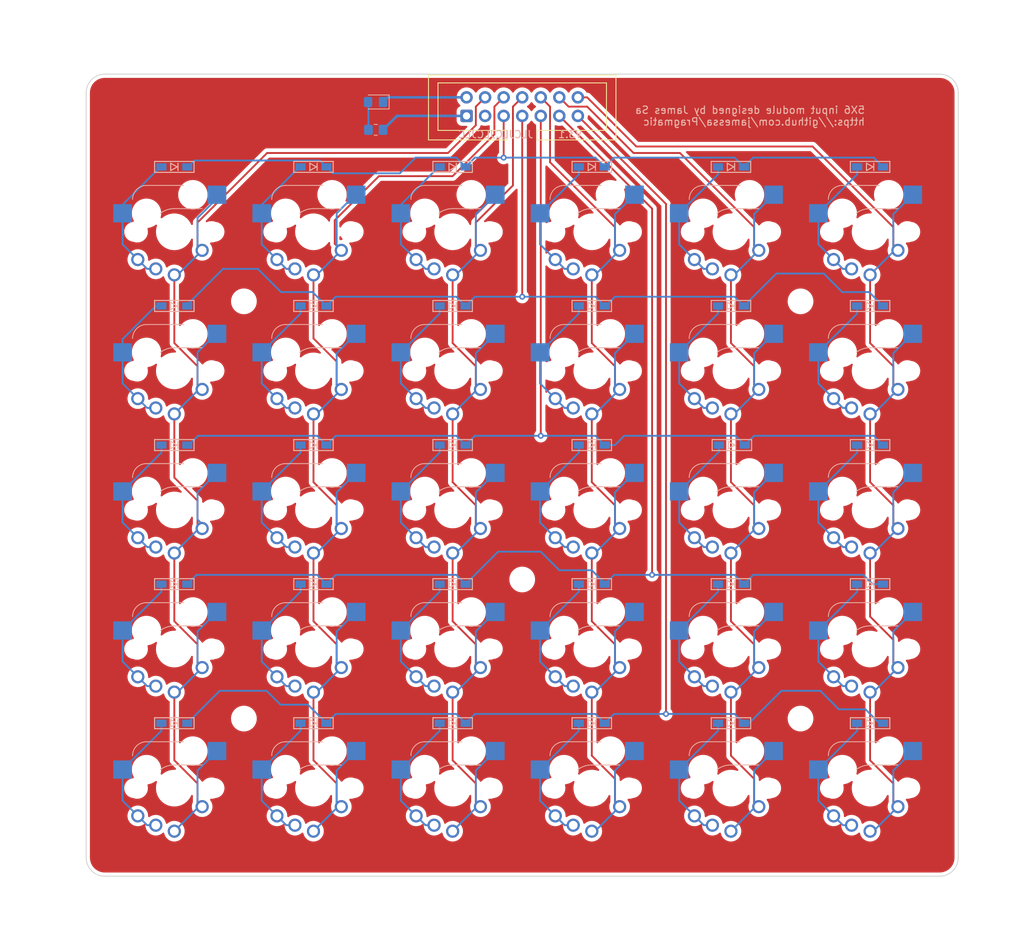
<source format=kicad_pcb>
(kicad_pcb (version 20211014) (generator pcbnew)
  (title_block (title "Pragmatic 5x6 input module") (date "2022-03-22") (rev "3") (company "James Sa"))
  (layers (0 "F.Cu" signal) (31 "B.Cu" signal) (34 "B.Paste" user) (35 "F.Paste" user) (36 "B.SilkS" user "B.Silkscreen") (37 "F.SilkS" user "F.Silkscreen") (38 "B.Mask" user) (39 "F.Mask" user) (44 "Edge.Cuts" user))
  (net 0 "")
  (net 1 "Net-(D1-Pad2)")
  (net 3 "Net-(D2-Pad2)")
  (net 4 "Col1")
  (net 5 "Net-(D7-Pad2)")
  (net 6 "Row2")
  (net 7 "Net-(D8-Pad2)")
  (net 8 "VCC")
  (net 9 "Col3")
  (net 10 "Col2")
  (net 11 "Row3")
  (net 12 "GND")
  (net 13 "Row4")
  (net 14 "Row5")
  (net 15 "Row6")
  (net 16 "Col6")
  (net 17 "Col5")
  (net 18 "Col4")
  (net 19 "Net-(D37-Pad2)")
  (net 20 "Net-(D3-Pad2)")
  (net 21 "Net-(D4-Pad2)")
  (net 22 "Net-(D5-Pad2)")
  (net 23 "Net-(D6-Pad2)")
  (net 24 "Net-(D9-Pad2)")
  (net 25 "Net-(D10-Pad2)")
  (net 26 "Net-(D11-Pad2)")
  (net 27 "Net-(D12-Pad2)")
  (net 28 "Net-(D13-Pad2)")
  (net 29 "Net-(D14-Pad2)")
  (net 30 "Net-(D15-Pad2)")
  (net 31 "Net-(D16-Pad2)")
  (net 32 "Net-(D17-Pad2)")
  (net 33 "Net-(D18-Pad2)")
  (net 34 "Net-(D19-Pad2)")
  (net 35 "Net-(D20-Pad2)")
  (net 36 "Net-(D21-Pad2)")
  (net 37 "Net-(D22-Pad2)")
  (net 38 "Net-(D23-Pad2)")
  (net 39 "Net-(D24-Pad2)")
  (net 40 "Net-(D25-Pad2)")
  (net 41 "Net-(D26-Pad2)")
  (net 42 "Net-(D27-Pad2)")
  (net 43 "Net-(D28-Pad2)")
  (net 44 "Net-(D29-Pad2)")
  (net 45 "Net-(D30-Pad2)")
  (footprint "MountingHole:MountingHole_2.5mm" (layer "F.Cu") (at 104.775 104.775)
    (fp_text reference "H5")
    (fp_text value "MountingHole")
  )
  (footprint "MountingHole:MountingHole_2.5mm" (layer "F.Cu") (at 66.675 66.675)
    (fp_text reference "H1")
    (fp_text value "MountingHole")
  )
  (footprint "MountingHole:MountingHole_2.5mm" (layer "F.Cu") (at 66.675 123.825)
    (fp_text reference "H2")
    (fp_text value "MountingHole")
  )
  (footprint "MountingHole:MountingHole_2.5mm" (layer "F.Cu") (at 142.875 66.675)
    (fp_text reference "H3")
    (fp_text value "MountingHole")
  )
  (footprint "MountingHole:MountingHole_2.5mm" (layer "F.Cu") (at 142.875 123.825)
    (fp_text reference "H4")
    (fp_text value "MountingHole")
  )
  (footprint "Connector_IDC:IDC-Header_2x07_P2.54mm_Vertical" (layer "F.Cu") (at 97.155 41.275 90)
    (fp_text reference "J1" hide)
    (fp_text value "Hand-Soldering")
  )
  (footprint "Pragmatic:Logo" (layer "F.Cu") (at 133.35 42.545)
    (fp_text reference "REF**" hide)
    (fp_text value "Logo" hide)
  )
  (footprint "Keyboard_JSA:Pragmatic Logo" (layer "F.Cu") (at 67.945 41.275)
    (fp_text reference "REF**" hide)
    (fp_text value "logo" hide)
  )
  (footprint "Keyboard_Foostan:D3_SMD_v2" (layer "B.Cu") (at 57.15 48.26 180)
    (fp_text reference "D1" hide)
    (fp_text value "1N4148" hide)
  )
  (footprint "Keyboard_Foostan:D3_SMD_v2" (layer "B.Cu") (at 57.15 67.31 180)
    (fp_text reference "D7" hide)
    (fp_text value "1N4148" hide)
  )
  (footprint "Keyboard_Foostan:D3_SMD_v2" (layer "B.Cu") (at 76.2 67.31 180)
    (fp_text reference "D8" hide)
    (fp_text value "1N4148" hide)
  )
  (footprint "Keyboard_JSA:MX_Hotswap_MX_Choc_Solder" (layer "B.Cu") (at 57.15 57.15 180)
    (fp_text reference "SW1" hide)
    (fp_text value "SW_Push" hide)
  )
  (footprint "Keyboard_JSA:MX_Hotswap_MX_Choc_Solder" (layer "B.Cu") (at 57.15 76.2 180)
    (fp_text reference "SW7" hide)
    (fp_text value "SW_Push" hide)
  )
  (footprint "Keyboard_JSA:MX_Hotswap_MX_Choc_Solder" (layer "B.Cu") (at 76.2 76.2 180)
    (fp_text reference "SW8" hide)
    (fp_text value "SW_Push" hide)
  )
  (footprint "Keyboard_Foostan:D3_SMD_v2" (layer "B.Cu") (at 76.2 48.26 180)
    (fp_text reference "D2" hide)
    (fp_text value "1N4148" hide)
  )
  (footprint "Keyboard_JSA:MX_Hotswap_MX_Choc_Solder" (layer "B.Cu") (at 76.2 57.15 180)
    (fp_text reference "SW2" hide)
    (fp_text value "SW_Push" hide)
  )
  (footprint "Keyboard_Foostan:D3_SMD_v2" (layer "B.Cu") (at 95.25 48.26 180)
    (fp_text reference "D3" hide)
    (fp_text value "1N4148" hide)
  )
  (footprint "Keyboard_Foostan:D3_SMD_v2" (layer "B.Cu") (at 114.3 48.26 180)
    (fp_text reference "D4" hide)
    (fp_text value "1N4148" hide)
  )
  (footprint "Keyboard_Foostan:D3_SMD_v2" (layer "B.Cu") (at 133.35 48.26 180)
    (fp_text reference "D5" hide)
    (fp_text value "1N4148" hide)
  )
  (footprint "Keyboard_Foostan:D3_SMD_v2" (layer "B.Cu") (at 152.4 48.26 180)
    (fp_text reference "D6" hide)
    (fp_text value "1N4148" hide)
  )
  (footprint "Keyboard_Foostan:D3_SMD_v2" (layer "B.Cu") (at 95.25 67.31 180)
    (fp_text reference "D9" hide)
    (fp_text value "1N4148" hide)
  )
  (footprint "Keyboard_Foostan:D3_SMD_v2" (layer "B.Cu") (at 114.3 67.31 180)
    (fp_text reference "D10" hide)
    (fp_text value "1N4148" hide)
  )
  (footprint "Keyboard_Foostan:D3_SMD_v2" (layer "B.Cu") (at 133.35 67.31 180)
    (fp_text reference "D11" hide)
    (fp_text value "1N4148" hide)
  )
  (footprint "Keyboard_Foostan:D3_SMD_v2" (layer "B.Cu") (at 152.4 67.31 180)
    (fp_text reference "D12" hide)
    (fp_text value "1N4148" hide)
  )
  (footprint "Keyboard_Foostan:D3_SMD_v2" (layer "B.Cu") (at 57.15 86.36 180)
    (fp_text reference "D13" hide)
    (fp_text value "1N4148" hide)
  )
  (footprint "Keyboard_Foostan:D3_SMD_v2" (layer "B.Cu") (at 76.2 86.36 180)
    (fp_text reference "D14" hide)
    (fp_text value "1N4148" hide)
  )
  (footprint "Keyboard_Foostan:D3_SMD_v2" (layer "B.Cu") (at 95.25 86.36 180)
    (fp_text reference "D15" hide)
    (fp_text value "1N4148" hide)
  )
  (footprint "Keyboard_Foostan:D3_SMD_v2" (layer "B.Cu") (at 114.3 86.36 180)
    (fp_text reference "D16" hide)
    (fp_text value "1N4148" hide)
  )
  (footprint "Keyboard_Foostan:D3_SMD_v2" (layer "B.Cu") (at 133.48 86.36 180)
    (fp_text reference "D17" hide)
    (fp_text value "1N4148" hide)
  )
  (footprint "Keyboard_Foostan:D3_SMD_v2" (layer "B.Cu") (at 152.4 86.36 180)
    (fp_text reference "D18" hide)
    (fp_text value "1N4148" hide)
  )
  (footprint "Keyboard_Foostan:D3_SMD_v2" (layer "B.Cu") (at 57.15 105.41 180)
    (fp_text reference "D19" hide)
    (fp_text value "1N4148" hide)
  )
  (footprint "Keyboard_Foostan:D3_SMD_v2" (layer "B.Cu") (at 76.2 105.41 180)
    (fp_text reference "D20" hide)
    (fp_text value "1N4148" hide)
  )
  (footprint "Keyboard_Foostan:D3_SMD_v2" (layer "B.Cu") (at 95.25 105.41 180)
    (fp_text reference "D21" hide)
    (fp_text value "1N4148" hide)
  )
  (footprint "Keyboard_Foostan:D3_SMD_v2" (layer "B.Cu") (at 114.3 105.41 180)
    (fp_text reference "D22" hide)
    (fp_text value "1N4148" hide)
  )
  (footprint "Keyboard_Foostan:D3_SMD_v2" (layer "B.Cu") (at 133.35 105.41 180)
    (fp_text reference "D23" hide)
    (fp_text value "1N4148" hide)
  )
  (footprint "Keyboard_Foostan:D3_SMD_v2" (layer "B.Cu") (at 152.4 105.41 180)
    (fp_text reference "D24" hide)
    (fp_text value "1N4148" hide)
  )
  (footprint "Keyboard_Foostan:D3_SMD_v2" (layer "B.Cu") (at 57.15 124.46 180)
    (fp_text reference "D25" hide)
    (fp_text value "1N4148" hide)
  )
  (footprint "Keyboard_Foostan:D3_SMD_v2" (layer "B.Cu") (at 76.2 124.46 180)
    (fp_text reference "D26" hide)
    (fp_text value "1N4148" hide)
  )
  (footprint "Keyboard_Foostan:D3_SMD_v2" (layer "B.Cu") (at 95.25 124.46 180)
    (fp_text reference "D27" hide)
    (fp_text value "1N4148" hide)
  )
  (footprint "Keyboard_Foostan:D3_SMD_v2" (layer "B.Cu") (at 114.3 124.46 180)
    (fp_text reference "D28" hide)
    (fp_text value "1N4148" hide)
  )
  (footprint "Keyboard_Foostan:D3_SMD_v2" (layer "B.Cu") (at 133.35 124.46 180)
    (fp_text reference "D29" hide)
    (fp_text value "1N4148" hide)
  )
  (footprint "Keyboard_Foostan:D3_SMD_v2" (layer "B.Cu") (at 152.4 124.46 180)
    (fp_text reference "D30" hide)
    (fp_text value "1N4148" hide)
  )
  (footprint "Keyboard_JSA:MX_Hotswap_MX_Choc_Solder" (layer "B.Cu") (at 95.25 57.15 180)
    (fp_text reference "SW3" hide)
    (fp_text value "SW_Push" hide)
  )
  (footprint "Keyboard_JSA:MX_Hotswap_MX_Choc_Solder" (layer "B.Cu") (at 114.3 57.15 180)
    (fp_text reference "SW4" hide)
    (fp_text value "SW_Push" hide)
  )
  (footprint "Keyboard_JSA:MX_Hotswap_MX_Choc_Solder" (layer "B.Cu") (at 133.35 57.15 180)
    (fp_text reference "SW5" hide)
    (fp_text value "SW_Push" hide)
  )
  (footprint "Keyboard_JSA:MX_Hotswap_MX_Choc_Solder" (layer "B.Cu") (at 152.4 57.15 180)
    (fp_text reference "SW6" hide)
    (fp_text value "SW_Push" hide)
  )
  (footprint "Keyboard_JSA:MX_Hotswap_MX_Choc_Solder" (layer "B.Cu") (at 95.25 76.2 180)
    (fp_text reference "SW9" hide)
    (fp_text value "SW_Push" hide)
  )
  (footprint "Keyboard_JSA:MX_Hotswap_MX_Choc_Solder" (layer "B.Cu") (at 114.3 76.2 180)
    (fp_text reference "SW10" hide)
    (fp_text value "SW_Push" hide)
  )
  (footprint "Keyboard_JSA:MX_Hotswap_MX_Choc_Solder" (layer "B.Cu") (at 133.35 76.2 180)
    (fp_text reference "SW11" hide)
    (fp_text value "SW_Push" hide)
  )
  (footprint "Keyboard_JSA:MX_Hotswap_MX_Choc_Solder" (layer "B.Cu") (at 152.4 76.2 180)
    (fp_text reference "SW12" hide)
    (fp_text value "SW_Push" hide)
  )
  (footprint "Keyboard_JSA:MX_Hotswap_MX_Choc_Solder" (layer "B.Cu") (at 57.15 95.25 180)
    (fp_text reference "SW13" hide)
    (fp_text value "SW_Push" hide)
  )
  (footprint "Keyboard_JSA:MX_Hotswap_MX_Choc_Solder" (layer "B.Cu") (at 76.2 95.25 180)
    (fp_text reference "SW14" hide)
    (fp_text value "SW_Push" hide)
  )
  (footprint "Keyboard_JSA:MX_Hotswap_MX_Choc_Solder" (layer "B.Cu") (at 95.25 95.25 180)
    (fp_text reference "SW15" hide)
    (fp_text value "SW_Push" hide)
  )
  (footprint "Keyboard_JSA:MX_Hotswap_MX_Choc_Solder" (layer "B.Cu") (at 114.3 95.25 180)
    (fp_text reference "SW16" hide)
    (fp_text value "SW_Push" hide)
  )
  (footprint "Keyboard_JSA:MX_Hotswap_MX_Choc_Solder" (layer "B.Cu") (at 133.35 95.25 180)
    (fp_text reference "SW17" hide)
    (fp_text value "SW_Push" hide)
  )
  (footprint "Keyboard_JSA:MX_Hotswap_MX_Choc_Solder" (layer "B.Cu") (at 152.4 95.25 180)
    (fp_text reference "SW18" hide)
    (fp_text value "SW_Push" hide)
  )
  (footprint "Keyboard_JSA:MX_Hotswap_MX_Choc_Solder" (layer "B.Cu") (at 57.15 114.3 180)
    (fp_text reference "SW19" hide)
    (fp_text value "SW_Push" hide)
  )
  (footprint "Keyboard_JSA:MX_Hotswap_MX_Choc_Solder" (layer "B.Cu") (at 76.2 114.3 180)
    (fp_text reference "SW20" hide)
    (fp_text value "SW_Push" hide)
  )
  (footprint "Keyboard_JSA:MX_Hotswap_MX_Choc_Solder" (layer "B.Cu") (at 95.25 114.3 180)
    (fp_text reference "SW21" hide)
    (fp_text value "SW_Push" hide)
  )
  (footprint "Keyboard_JSA:MX_Hotswap_MX_Choc_Solder" (layer "B.Cu") (at 114.3 114.3 180)
    (fp_text reference "SW22" hide)
    (fp_text value "SW_Push" hide)
  )
  (footprint "Keyboard_JSA:MX_Hotswap_MX_Choc_Solder" (layer "B.Cu") (at 133.35 114.3 180)
    (fp_text reference "SW23" hide)
    (fp_text value "SW_Push" hide)
  )
  (footprint "Keyboard_JSA:MX_Hotswap_MX_Choc_Solder" (layer "B.Cu") (at 152.4 114.3 180)
    (fp_text reference "SW24" hide)
    (fp_text value "SW_Push" hide)
  )
  (footprint "Keyboard_JSA:MX_Hotswap_MX_Choc_Solder" (layer "B.Cu") (at 57.15 133.35 180)
    (fp_text reference "SW25" hide)
    (fp_text value "SW_Push" hide)
  )
  (footprint "Keyboard_JSA:MX_Hotswap_MX_Choc_Solder" (layer "B.Cu") (at 76.2 133.35 180)
    (fp_text reference "SW26" hide)
    (fp_text value "SW_Push" hide)
  )
  (footprint "Keyboard_JSA:MX_Hotswap_MX_Choc_Solder" (layer "B.Cu") (at 95.25 133.35 180)
    (fp_text reference "SW27" hide)
    (fp_text value "SW_Push" hide)
  )
  (footprint "Keyboard_JSA:MX_Hotswap_MX_Choc_Solder" (layer "B.Cu") (at 114.3 133.35 180)
    (fp_text reference "SW28" hide)
    (fp_text value "SW_Push" hide)
  )
  (footprint "Keyboard_JSA:MX_Hotswap_MX_Choc_Solder" (layer "B.Cu") (at 133.35 133.35 180)
    (fp_text reference "SW29" hide)
    (fp_text value "SW_Push" hide)
  )
  (footprint "Keyboard_JSA:MX_Hotswap_MX_Choc_Solder" (layer "B.Cu") (at 152.4 133.35 180)
    (fp_text reference "SW30" hide)
    (fp_text value "SW_Push" hide)
  )
  (footprint "LED_SMD:LED_0805_2012Metric_Pad1.15x1.40mm_HandSolder" (layer "B.Cu") (at 84.7 39.37 180)
    (fp_text reference "D37")
    (fp_text value "White LED")
  )
  (footprint "Resistor_SMD:R_0805_2012Metric_Pad1.20x1.40mm_HandSolder" (layer "B.Cu") (at 84.725 43.18 180)
    (fp_text reference "R1")
    (fp_text value "1.5K 1/8W")
  )
  (gr_line (start 47.625 145.415) (end 161.925 145.415) (layer "Edge.Cuts") (width 0.12))
  (gr_arc (start 164.465 142.875) (mid 163.721051 144.671051) (end 161.925 145.415) (layer "Edge.Cuts") (width 0.12))
  (gr_arc (start 161.925 35.56) (mid 163.721051 36.303949) (end 164.465 38.1) (layer "Edge.Cuts") (width 0.12))
  (gr_line (start 164.465 38.1) (end 164.465 142.875) (layer "Edge.Cuts") (width 0.12))
  (gr_arc (start 47.625 145.415) (mid 45.828949 144.671051) (end 45.085 142.875) (layer "Edge.Cuts") (width 0.12))
  (gr_line (start 161.925 35.56) (end 47.625 35.56) (layer "Edge.Cuts") (width 0.12))
  (gr_arc (start 45.085 38.1) (mid 45.828949 36.303949) (end 47.625 35.56) (layer "Edge.Cuts") (width 0.12))
  (gr_line (start 45.085 38.1) (end 45.085 142.875) (layer "Edge.Cuts") (width 0.12))
  (gr_text "5X6 input module designed by James Sa\nhttps://github.com/jamessa/Pragmatic" (at 151.765 41.275) (layer "B.SilkS") (effects (font (size 1 1)) (justify left mirror)))
  (gr_text "김" (at 68.58 84.455) (layer "B.SilkS") (effects (font (size 1 1)) (justify mirror)))
  (gr_text "JLCJLCJLCJLC" (at 95.885 43.815) (layer "B.SilkS") (effects (font (size 1.016 1)) (justify right mirror)))
  (gr_text "김" (at 67.31 85.09) (layer "B.SilkS") (effects (font (size 1.5 1.5)) (justify mirror)))
  (gr_text "V3.1" (at 113.03 43.815) (layer "B.SilkS") (effects (font (size 1 1)) (justify left mirror)))
  (segment (start 50.065 54.61) (end 50.065 58.865) (width 0.25) (layer "B.Cu") (net 1))
  (segment (start 55.245 48.26) (end 50.065 53.44) (width 0.25) (layer "B.Cu") (net 1))
  (segment (start 50.065 58.865) (end 53.43 62.23) (width 0.25) (layer "B.Cu") (net 1))
  (segment (start 50.065 53.44) (end 50.065 54.61) (width 0.25) (layer "B.Cu") (net 1))
  (segment (start 53.43 62.23) (end 54.61 62.23) (width 0.25) (layer "B.Cu") (net 1))
  (segment (start 69.115 53.44) (end 69.115 54.61) (width 0.25) (layer "B.Cu") (net 3))
  (segment (start 72.48 62.23) (end 73.66 62.23) (width 0.25) (layer "B.Cu") (net 3))
  (segment (start 69.115 54.61) (end 69.115 58.865) (width 0.25) (layer "B.Cu") (net 3))
  (segment (start 74.295 48.26) (end 69.115 53.44) (width 0.25) (layer "B.Cu") (net 3))
  (segment (start 69.115 58.865) (end 72.48 62.23) (width 0.25) (layer "B.Cu") (net 3))
  (segment (start 60.325 97.155) (end 60.96 97.79) (width 0.25) (layer "F.Cu") (net 4))
  (segment (start 57.15 101.15) (end 57.15 110.49) (width 0.25) (layer "F.Cu") (net 4))
  (segment (start 60.325 59.055) (end 60.96 59.69) (width 0.25) (layer "F.Cu") (net 4))
  (segment (start 99.695 38.735) (end 98.425 40.005) (width 0.25) (layer "F.Cu") (net 4))
  (segment (start 60.325 93.98) (end 60.325 97.155) (width 0.25) (layer "F.Cu") (net 4))
  (segment (start 57.15 110.49) (end 60.325 113.665) (width 0.25) (layer "F.Cu") (net 4))
  (segment (start 57.15 72.39) (end 60.325 75.565) (width 0.25) (layer "F.Cu") (net 4))
  (segment (start 69.85 46.355) (end 60.325 55.88) (width 0.25) (layer "F.Cu") (net 4))
  (segment (start 57.15 90.805) (end 60.325 93.98) (width 0.25) (layer "F.Cu") (net 4))
  (segment (start 57.15 129.54) (end 60.325 132.715) (width 0.25) (layer "F.Cu") (net 4))
  (segment (start 60.325 116.205) (end 60.96 116.84) (width 0.25) (layer "F.Cu") (net 4))
  (segment (start 60.325 113.665) (end 60.325 116.205) (width 0.25) (layer "F.Cu") (net 4))
  (segment (start 60.325 132.715) (end 60.325 135.255) (width 0.25) (layer "F.Cu") (net 4))
  (segment (start 57.15 120.2) (end 57.15 129.54) (width 0.25) (layer "F.Cu") (net 4))
  (segment (start 57.15 63.05) (end 57.15 72.39) (width 0.25) (layer "F.Cu") (net 4))
  (segment (start 94.615 46.355) (end 69.85 46.355) (width 0.25) (layer "F.Cu") (net 4))
  (segment (start 60.325 78.105) (end 60.96 78.74) (width 0.25) (layer "F.Cu") (net 4))
  (segment (start 98.425 42.545) (end 94.615 46.355) (width 0.25) (layer "F.Cu") (net 4))
  (segment (start 57.15 82.1) (end 57.15 90.805) (width 0.25) (layer "F.Cu") (net 4))
  (segment (start 60.325 55.88) (end 60.325 59.055) (width 0.25) (layer "F.Cu") (net 4))
  (segment (start 98.425 40.005) (end 98.425 42.545) (width 0.25) (layer "F.Cu") (net 4))
  (segment (start 60.325 75.565) (end 60.325 78.105) (width 0.25) (layer "F.Cu") (net 4))
  (segment (start 60.325 135.255) (end 60.96 135.89) (width 0.25) (layer "F.Cu") (net 4))
  (segment (start 60.325 111.887) (end 60.325 116.205) (width 0.25) (layer "B.Cu") (net 4))
  (segment (start 60.325 55.245) (end 60.325 59.055) (width 0.25) (layer "B.Cu") (net 4))
  (segment (start 62.992 90.17) (end 60.325 92.837) (width 0.25) (layer "B.Cu") (net 4))
  (segment (start 60.96 59.69) (end 57.6 63.05) (width 0.25) (layer "B.Cu") (net 4))
  (segment (start 60.51 97.79) (end 57.15 101.15) (width 0.25) (layer "B.Cu") (net 4))
  (segment (start 62.992 109.22) (end 60.325 111.887) (width 0.25) (layer "B.Cu") (net 4))
  (segment (start 60.51 135.89) (end 57.15 139.25) (width 0.25) (layer "B.Cu") (net 4))
  (segment (start 60.51 78.74) (end 57.15 82.1) (width 0.25) (layer "B.Cu") (net 4))
  (segment (start 60.96 78.74) (end 60.325 78.105) (width 0.25) (layer "B.Cu") (net 4))
  (segment (start 60.325 130.937) (end 60.325 135.255) (width 0.25) (layer "B.Cu") (net 4))
  (segment (start 60.325 116.205) (end 60.96 116.84) (width 0.25) (layer "B.Cu") (net 4))
  (segment (start 60.325 73.66) (end 62.865 71.12) (width 0.25) (layer "B.Cu") (net 4))
  (segment (start 60.96 116.84) (end 57.6 120.2) (width 0.25) (layer "B.Cu") (net 4))
  (segment (start 63.246 52.324) (end 60.325 55.245) (width 0.25) (layer "B.Cu") (net 4))
  (segment (start 62.992 128.27) (end 60.325 130.937) (width 0.25) (layer "B.Cu") (net 4))
  (segment (start 60.325 78.105) (end 60.325 73.66) (width 0.25) (layer "B.Cu") (net 4))
  (segment (start 60.325 92.837) (end 60.325 96.551843) (width 0.25) (layer "B.Cu") (net 4))
  (segment (start 60.325 59.055) (end 60.96 59.69) (width 0.25) (layer "B.Cu") (net 4))
  (segment (start 60.325 135.255) (end 60.96 135.89) (width 0.25) (layer "B.Cu") (net 4))
  (segment (start 60.325 96.551843) (end 61.563157 97.79) (width 0.25) (layer "B.Cu") (net 4))
  (segment (start 50.065 73.66) (end 50.065 77.915) (width 0.25) (layer "B.Cu") (net 5))
  (segment (start 54.61 67.31) (end 50.065 71.855) (width 0.25) (layer "B.Cu") (net 5))
  (segment (start 55.375 67.31) (end 54.61 67.31) (width 0.25) (layer "B.Cu") (net 5))
  (segment (start 53.43 81.28) (end 54.61 81.28) (width 0.25) (layer "B.Cu") (net 5))
  (segment (start 50.065 71.855) (end 50.065 73.66) (width 0.25) (layer "B.Cu") (net 5))
  (segment (start 50.065 77.915) (end 53.43 81.28) (width 0.25) (layer "B.Cu") (net 5))
  (segment (start 102.235 41.275) (end 102.235 46.99) (width 0.25) (layer "F.Cu") (net 6))
  (via (at 102.235 46.99) (size 0.8) (drill 0.4) (layers "F.Cu" "B.Cu") (net 6))
  (segment (start 133.855 46.99) (end 135.125 48.26) (width 0.25) (layer "B.Cu") (net 6))
  (segment (start 116.075 48.26) (end 117.345 46.99) (width 0.25) (layer "B.Cu") (net 6))
  (segment (start 98.295 46.99) (end 102.235 46.99) (width 0.25) (layer "B.Cu") (net 6))
  (segment (start 136.395 46.99) (end 135.125 48.26) (width 0.25) (layer "B.Cu") (net 6))
  (segment (start 154.175 48.26) (end 152.905 46.99) (width 0.25) (layer "B.Cu") (net 6))
  (segment (start 78.853511 49.138511) (end 88.021489 49.138511) (width 0.25) (layer "B.Cu") (net 6))
  (segment (start 114.805 46.99) (end 102.235 46.99) (width 0.25) (layer "B.Cu") (net 6))
  (segment (start 88.021489 49.138511) (end 90.17 46.99) (width 0.25) (layer "B.Cu") (net 6))
  (segment (start 152.905 46.99) (end 136.395 46.99) (width 0.25) (layer "B.Cu") (net 6))
  (segment (start 59.933511 47.381489) (end 77.096489 47.381489) (width 0.25) (layer "B.Cu") (net 6))
  (segment (start 97.025 48.26) (end 98.295 46.99) (width 0.25) (layer "B.Cu") (net 6))
  (segment (start 116.075 48.26) (end 114.805 46.99) (width 0.25) (layer "B.Cu") (net 6))
  (segment (start 77.096489 47.381489) (end 77.975 48.26) (width 0.25) (layer "B.Cu") (net 6))
  (segment (start 59.055 48.26) (end 59.933511 47.381489) (width 0.25) (layer "B.Cu") (net 6))
  (segment (start 95.755 46.99) (end 97.025 48.26) (width 0.25) (layer "B.Cu") (net 6))
  (segment (start 90.17 46.99) (end 95.755 46.99) (width 0.25) (layer "B.Cu") (net 6))
  (segment (start 77.975 48.26) (end 78.853511 49.138511) (width 0.25) (layer "B.Cu") (net 6))
  (segment (start 117.345 46.99) (end 133.855 46.99) (width 0.25) (layer "B.Cu") (net 6))
  (segment (start 74.425 67.31) (end 74.425 68.35) (width 0.25) (layer "B.Cu") (net 7))
  (segment (start 69.115 73.66) (end 69.115 77.915) (width 0.25) (layer "B.Cu") (net 7))
  (segment (start 74.425 68.35) (end 69.115 73.66) (width 0.25) (layer "B.Cu") (net 7))
  (segment (start 69.115 77.915) (end 72.48 81.28) (width 0.25) (layer "B.Cu") (net 7))
  (segment (start 72.48 81.28) (end 73.66 81.28) (width 0.25) (layer "B.Cu") (net 7))
  (segment (start 85.725 43.18) (end 87.63 41.275) (width 0.3556) (layer "B.Cu") (net 8))
  (segment (start 87.63 41.275) (end 97.155 41.275) (width 0.3556) (layer "B.Cu") (net 8))
  (segment (start 104.775 38.735) (end 103.505 40.005) (width 0.25) (layer "F.Cu") (net 9))
  (segment (start 95.25 82.1) (end 95.25 91.44) (width 0.25) (layer "F.Cu") (net 9))
  (segment (start 98.425 113.665) (end 98.425 116.205) (width 0.25) (layer "F.Cu") (net 9))
  (segment (start 95.25 129.54) (end 98.425 132.715) (width 0.25) (layer "F.Cu") (net 9))
  (segment (start 98.425 132.715) (end 98.425 135.255) (width 0.25) (layer "F.Cu") (net 9))
  (segment (start 98.425 78.105) (end 99.06 78.74) (width 0.25) (layer "F.Cu") (net 9))
  (segment (start 95.25 91.44) (end 98.425 94.615) (width 0.25) (layer "F.Cu") (net 9))
  (segment (start 95.25 120.2) (end 95.25 129.54) (width 0.25) (layer "F.Cu") (net 9))
  (segment (start 98.425 75.565) (end 98.425 78.105) (width 0.25) (layer "F.Cu") (net 9))
  (segment (start 103.505 40.005) (end 103.505 50.8) (width 0.25) (layer "F.Cu") (net 9))
  (segment (start 98.425 94.615) (end 98.425 97.155) (width 0.25) (layer "F.Cu") (net 9))
  (segment (start 98.425 97.155) (end 99.06 97.79) (width 0.25) (layer "F.Cu") (net 9))
  (segment (start 103.505 50.8) (end 98.425 55.88) (width 0.25) (layer "F.Cu") (net 9))
  (segment (start 95.25 72.39) (end 98.425 75.565) (width 0.25) (layer "F.Cu") (net 9))
  (segment (start 98.425 55.88) (end 98.425 59.055) (width 0.25) (layer "F.Cu") (net 9))
  (segment (start 95.25 101.15) (end 95.25 110.49) (width 0.25) (layer "F.Cu") (net 9))
  (segment (start 95.25 63.05) (end 95.25 72.39) (width 0.25) (layer "F.Cu") (net 9))
  (segment (start 98.425 135.255) (end 99.06 135.89) (width 0.25) (layer "F.Cu") (net 9))
  (segment (start 98.425 116.205) (end 99.06 116.84) (width 0.25) (layer "F.Cu") (net 9))
  (segment (start 95.25 110.49) (end 98.425 113.665) (width 0.25) (layer "F.Cu") (net 9))
  (segment (start 98.425 59.055) (end 99.06 59.69) (width 0.25) (layer "F.Cu") (net 9))
  (segment (start 98.425 54.737) (end 98.425 59.055) (width 0.25) (layer "B.Cu") (net 9))
  (segment (start 98.425 78.105) (end 99.06 78.74) (width 0.25) (layer "B.Cu") (net 9))
  (segment (start 98.425 116.205) (end 99.06 116.84) (width 0.25) (layer "B.Cu") (net 9))
  (segment (start 98.425 92.837) (end 98.425 97.155) (width 0.25) (layer "B.Cu") (net 9))
  (segment (start 99.06 97.79) (end 95.7 101.15) (width 0.25) (layer "B.Cu") (net 9))
  (segment (start 98.425 97.155) (end 99.06 97.79) (width 0.25) (layer "B.Cu") (net 9))
  (segment (start 101.092 128.27) (end 98.425 130.937) (width 0.25) (layer "B.Cu") (net 9))
  (segment (start 101.092 52.07) (end 98.425 54.737) (width 0.25) (layer "B.Cu") (net 9))
  (segment (start 98.425 135.255) (end 99.06 135.89) (width 0.25) (layer "B.Cu") (net 9))
  (segment (start 98.61 78.74) (end 95.25 82.1) (width 0.25) (layer "B.Cu") (net 9))
  (segment (start 99.06 59.69) (end 95.7 63.05) (width 0.25) (layer "B.Cu") (net 9))
  (segment (start 101.092 109.22) (end 98.425 111.887) (width 0.25) (layer "B.Cu") (net 9))
  (segment (start 98.425 111.887) (end 98.425 116.205) (width 0.25) (layer "B.Cu") (net 9))
  (segment (start 98.61 135.89) (end 95.25 139.25) (width 0.25) (layer "B.Cu") (net 9))
  (segment (start 101.092 71.12) (end 98.425 73.787) (width 0.25) (layer "B.Cu") (net 9))
  (segment (start 98.425 130.937) (end 98.425 135.255) (width 0.25) (layer "B.Cu") (net 9))
  (segment (start 98.425 73.787) (end 98.425 78.105) (width 0.25) (layer "B.Cu") (net 9))
  (segment (start 98.425 59.055) (end 99.06 59.69) (width 0.25) (layer "B.Cu") (net 9))
  (segment (start 99.06 116.84) (end 95.7 120.2) (width 0.25) (layer "B.Cu") (net 9))
  (segment (start 101.092 90.17) (end 98.425 92.837) (width 0.25) (layer "B.Cu") (net 9))
  (segment (start 100.965 40.005) (end 100.965 43.815) (width 0.25) (layer "F.Cu") (net 10))
  (segment (start 79.375 135.255) (end 80.01 135.89) (width 0.25) (layer "F.Cu") (net 10))
  (segment (start 79.11 58.79) (end 80.01 59.69) (width 0.25) (layer "F.Cu") (net 10))
  (segment (start 76.2 82.1) (end 76.2 91.44) (width 0.25) (layer "F.Cu") (net 10))
  (segment (start 79.375 116.205) (end 80.01 116.84) (width 0.25) (layer "F.Cu") (net 10))
  (segment (start 79.375 132.715) (end 79.375 135.255) (width 0.25) (layer "F.Cu") (net 10))
  (segment (start 85.1535 49.53) (end 79.11 55.5735) (width 0.25) (layer "F.Cu") (net 10))
  (segment (start 79.375 94.615) (end 79.375 97.155) (width 0.25) (layer "F.Cu") (net 10))
  (segment (start 76.2 63.05) (end 76.2 71.755) (width 0.25) (layer "F.Cu") (net 10))
  (segment (start 95.25 49.53) (end 85.1535 49.53) (width 0.25) (layer "F.Cu") (net 10))
  (segment (start 76.2 71.755) (end 79.375 74.93) (width 0.25) (layer "F.Cu") (net 10))
  (segment (start 79.375 78.105) (end 80.01 78.74) (width 0.25) (layer "F.Cu") (net 10))
  (segment (start 76.2 120.2) (end 76.2 129.54) (width 0.25) (layer "F.Cu") (net 10))
  (segment (start 79.375 74.93) (end 79.375 78.105) (width 0.25) (layer "F.Cu") (net 10))
  (segment (start 102.235 38.735) (end 100.965 40.005) (width 0.25) (layer "F.Cu") (net 10))
  (segment (start 79.375 113.665) (end 79.375 116.205) (width 0.25) (layer "F.Cu") (net 10))
  (segment (start 79.375 97.155) (end 80.01 97.79) (width 0.25) (layer "F.Cu") (net 10))
  (segment (start 76.2 91.44) (end 79.375 94.615) (width 0.25) (layer "F.Cu") (net 10))
  (segment (start 76.2 101.15) (end 76.2 110.49) (width 0.25) (layer "F.Cu") (net 10))
  (segment (start 79.11 55.5735) (end 79.11 58.79) (width 0.25) (layer "F.Cu") (net 10))
  (segment (start 76.2 110.49) (end 79.375 113.665) (width 0.25) (layer "F.Cu") (net 10))
  (segment (start 100.965 43.815) (end 95.25 49.53) (width 0.25) (layer "F.Cu") (net 10))
  (segment (start 76.2 129.54) (end 79.375 132.715) (width 0.25) (layer "F.Cu") (net 10))
  (segment (start 79.375 97.155) (end 80.01 97.79) (width 0.25) (layer "B.Cu") (net 10))
  (segment (start 80.01 78.74) (end 76.65 82.1) (width 0.25) (layer "B.Cu") (net 10))
  (segment (start 79.375 135.255) (end 80.01 135.89) (width 0.25) (layer "B.Cu") (net 10))
  (segment (start 79.375 73.787) (end 79.375 78.105) (width 0.25) (layer "B.Cu") (net 10))
  (segment (start 79.56 135.89) (end 76.2 139.25) (width 0.25) (layer "B.Cu") (net 10))
  (segment (start 81.915 52.07) (end 79.375 54.61) (width 0.25) (layer "B.Cu") (net 10))
  (segment (start 79.375 54.61) (end 79.375 59.055) (width 0.25) (layer "B.Cu") (net 10))
  (segment (start 80.01 59.69) (end 76.65 63.05) (width 0.25) (layer "B.Cu") (net 10))
  (segment (start 80.01 116.84) (end 76.65 120.2) (width 0.25) (layer "B.Cu") (net 10))
  (segment (start 82.042 109.22) (end 79.375 111.887) (width 0.25) (layer "B.Cu") (net 10))
  (segment (start 82.042 128.27) (end 79.375 130.937) (width 0.25) (layer "B.Cu") (net 10))
  (segment (start 79.375 78.105) (end 80.01 78.74) (width 0.25) (layer "B.Cu") (net 10))
  (segment (start 79.375 92.837) (end 79.375 97.155) (width 0.25) (layer "B.Cu") (net 10))
  (segment (start 80.01 97.79) (end 76.65 101.15) (width 0.25) (layer "B.Cu") (net 10))
  (segment (start 79.375 59.055) (end 80.01 59.69) (width 0.25) (layer "B.Cu") (net 10))
  (segment (start 82.042 71.12) (end 79.375 73.787) (width 0.25) (layer "B.Cu") (net 10))
  (segment (start 79.375 116.205) (end 80.01 116.84) (width 0.25) (layer "B.Cu") (net 10))
  (segment (start 82.042 90.17) (end 79.375 92.837) (width 0.25) (layer "B.Cu") (net 10))
  (segment (start 79.375 130.937) (end 79.375 135.255) (width 0.25) (layer "B.Cu") (net 10))
  (segment (start 79.375 111.887) (end 79.375 116.205) (width 0.25) (layer "B.Cu") (net 10))
  (segment (start 104.775 41.275) (end 104.775 66.04) (width 0.25) (layer "F.Cu") (net 11))
  (via (at 104.775 66.04) (size 0.8) (drill 0.4) (layers "F.Cu" "B.Cu") (net 11))
  (segment (start 63.8175 62.23) (end 68.58 62.23) (width 0.25) (layer "B.Cu") (net 11))
  (segment (start 77.975 67.31) (end 79.245 66.04) (width 0.25) (layer "B.Cu") (net 11))
  (segment (start 79.245 66.04) (end 95.755 66.04) (width 0.25) (layer "B.Cu") (net 11))
  (segment (start 146.05 62.865) (end 139.57 62.865) (width 0.25) (layer "B.Cu") (net 11))
  (segment (start 152.27 65.405) (end 148.59 65.405) (width 0.25) (layer "B.Cu") (net 11))
  (segment (start 95.755 66.04) (end 97.025 67.31) (width 0.25) (layer "B.Cu") (net 11))
  (segment (start 97.025 67.31) (end 98.295 66.04) (width 0.25) (layer "B.Cu") (net 11))
  (segment (start 98.295 66.04) (end 104.775 66.04) (width 0.25) (layer "B.Cu") (net 11))
  (segment (start 116.075 67.31) (end 114.805 66.04) (width 0.25) (layer "B.Cu") (net 11))
  (segment (start 71.755 65.405) (end 76.07 65.405) (width 0.25) (layer "B.Cu") (net 11))
  (segment (start 148.59 65.405) (end 146.05 62.865) (width 0.25) (layer "B.Cu") (net 11))
  (segment (start 114.805 66.04) (end 104.775 66.04) (width 0.25) (layer "B.Cu") (net 11))
  (segment (start 139.57 62.865) (end 135.125 67.31) (width 0.25) (layer "B.Cu") (net 11))
  (segment (start 68.58 62.23) (end 71.755 65.405) (width 0.25) (layer "B.Cu") (net 11))
  (segment (start 117.475 66.04) (end 133.855 66.04) (width 0.25) (layer "B.Cu") (net 11))
  (segment (start 116.205 67.31) (end 117.475 66.04) (width 0.25) (layer "B.Cu") (net 11))
  (segment (start 154.175 67.31) (end 152.27 65.405) (width 0.25) (layer "B.Cu") (net 11))
  (segment (start 133.855 66.04) (end 135.125 67.31) (width 0.25) (layer "B.Cu") (net 11))
  (segment (start 116.075 67.31) (end 116.205 67.31) (width 0.25) (layer "B.Cu") (net 11))
  (segment (start 58.925 67.1225) (end 63.8175 62.23) (width 0.25) (layer "B.Cu") (net 11))
  (segment (start 76.07 65.405) (end 77.975 67.31) (width 0.25) (layer "B.Cu") (net 11))
  (segment (start 86.36 38.735) (end 85.725 39.37) (width 0.3556) (layer "B.Cu") (net 12))
  (segment (start 97.155 38.735) (end 86.36 38.735) (width 0.3556) (layer "B.Cu") (net 12))
  (segment (start 107.315 41.275) (end 107.315 85.09) (width 0.25) (layer "F.Cu") (net 13))
  (via (at 107.315 85.09) (size 0.8) (drill 0.4) (layers "F.Cu" "B.Cu") (net 13))
  (segment (start 116.075 86.36) (end 117.475 86.36) (width 0.25) (layer "B.Cu") (net 13))
  (segment (start 116.075 86.36) (end 114.805 85.09) (width 0.25) (layer "B.Cu") (net 13))
  (segment (start 60.395 85.09) (end 76.705 85.09) (width 0.25) (layer "B.Cu") (net 13))
  (segment (start 152.905 85.09) (end 154.175 86.36) (width 0.25) (layer "B.Cu") (net 13))
  (segment (start 118.745 85.09) (end 133.985 85.09) (width 0.25) (layer "B.Cu") (net 13))
  (segment (start 98.295 85.09) (end 107.315 85.09) (width 0.25) (layer "B.Cu") (net 13))
  (segment (start 59.125 86.36) (end 60.395 85.09) (width 0.25) (layer "B.Cu") (net 13))
  (segment (start 95.755 85.09) (end 79.245 85.09) (width 0.25) (layer "B.Cu") (net 13))
  (segment (start 76.705 85.09) (end 77.975 86.36) (width 0.25) (layer "B.Cu") (net 13))
  (segment (start 135.255 86.36) (end 136.525 85.09) (width 0.25) (layer "B.Cu") (net 13))
  (segment (start 97.025 86.36) (end 98.295 85.09) (width 0.25) (layer "B.Cu") (net 13))
  (segment (start 97.025 86.36) (end 95.755 85.09) (width 0.25) (layer "B.Cu") (net 13))
  (segment (start 133.985 85.09) (end 135.255 86.36) (width 0.25) (layer "B.Cu") (net 13))
  (segment (start 136.525 85.09) (end 152.905 85.09) (width 0.25) (layer "B.Cu") (net 13))
  (segment (start 79.245 85.09) (end 77.975 86.36) (width 0.25) (layer "B.Cu") (net 13))
  (segment (start 114.805 85.09) (end 107.315 85.09) (width 0.25) (layer "B.Cu") (net 13))
  (segment (start 117.475 86.36) (end 118.745 85.09) (width 0.25) (layer "B.Cu") (net 13))
  (segment (start 122.555 53.975) (end 122.555 104.14) (width 0.25) (layer "F.Cu") (net 14))
  (segment (start 109.855 41.275) (end 122.555 53.975) (width 0.25) (layer "F.Cu") (net 14))
  (via (at 122.555 104.14) (size 0.8) (drill 0.4) (layers "F.Cu" "B.Cu") (net 14))
  (segment (start 135.125 105.41) (end 133.855 104.14) (width 0.25) (layer "B.Cu") (net 14))
  (segment (start 77.975 105.41) (end 76.705 104.14) (width 0.25) (layer "B.Cu") (net 14))
  (segment (start 133.855 104.14) (end 122.555 104.14) (width 0.25) (layer "B.Cu") (net 14))
  (segment (start 114.3 103.505) (end 109.855 103.505) (width 0.25) (layer "B.Cu") (net 14))
  (segment (start 151.470479 104.14) (end 136.395 104.14) (width 0.25) (layer "B.Cu") (net 14))
  (segment (start 60.195 104.14) (end 58.925 105.41) (width 0.25) (layer "B.Cu") (net 14))
  (segment (start 101.47 100.965) (end 97.025 105.41) (width 0.25) (layer "B.Cu") (net 14))
  (segment (start 107.315 100.965) (end 101.47 100.965) (width 0.25) (layer "B.Cu") (net 14))
  (segment (start 76.705 104.14) (end 60.195 104.14) (width 0.25) (layer "B.Cu") (net 14))
  (segment (start 154.175 105.41) (end 152.740479 105.41) (width 0.25) (layer "B.Cu") (net 14))
  (segment (start 117.345 104.14) (end 122.555 104.14) (width 0.25) (layer "B.Cu") (net 14))
  (segment (start 136.395 104.14) (end 135.125 105.41) (width 0.25) (layer "B.Cu") (net 14))
  (segment (start 97.025 105.41) (end 95.755 104.14) (width 0.25) (layer "B.Cu") (net 14))
  (segment (start 152.740479 105.41) (end 151.470479 104.14) (width 0.25) (layer "B.Cu") (net 14))
  (segment (start 95.755 104.14) (end 79.245 104.14) (width 0.25) (layer "B.Cu") (net 14))
  (segment (start 109.855 103.505) (end 107.315 100.965) (width 0.25) (layer "B.Cu") (net 14))
  (segment (start 116.075 105.28) (end 114.3 103.505) (width 0.25) (layer "B.Cu") (net 14))
  (segment (start 79.245 104.14) (end 77.975 105.41) (width 0.25) (layer "B.Cu") (net 14))
  (segment (start 116.075 105.41) (end 117.345 104.14) (width 0.25) (layer "B.Cu") (net 14))
  (segment (start 124.46 53.34) (end 124.46 123.19) (width 0.25) (layer "F.Cu") (net 15))
  (segment (start 112.395 41.275) (end 124.46 53.34) (width 0.25) (layer "F.Cu") (net 15))
  (via (at 124.46 123.19) (size 0.8) (drill 0.4) (layers "F.Cu" "B.Cu") (net 15))
  (segment (start 114.805 123.19) (end 98.295 123.19) (width 0.25) (layer "B.Cu") (net 15))
  (segment (start 71.681369 121.92) (end 69.776369 120.015) (width 0.25) (layer "B.Cu") (net 15))
  (segment (start 153.67 124.46) (end 151.765 122.555) (width 0.25) (layer "B.Cu") (net 15))
  (segment (start 97.025 124.46) (end 95.755 123.19) (width 0.25) (layer "B.Cu") (net 15))
  (segment (start 117.345 123.19) (end 124.46 123.19) (width 0.25) (layer "B.Cu") (net 15))
  (segment (start 140.27 120.015) (end 135.825 124.46) (width 0.25) (layer "B.Cu") (net 15))
  (segment (start 95.755 123.19) (end 79.245 123.19) (width 0.25) (layer "B.Cu") (net 15))
  (segment (start 145.58524 120.015) (end 140.27 120.015) (width 0.25) (layer "B.Cu") (net 15))
  (segment (start 133.855 123.19) (end 124.46 123.19) (width 0.25) (layer "B.Cu") (net 15))
  (segment (start 148.12524 122.555) (end 145.58524 120.015) (width 0.25) (layer "B.Cu") (net 15))
  (segment (start 98.295 123.19) (end 97.025 124.46) (width 0.25) (layer "B.Cu") (net 15))
  (segment (start 135.125 124.46) (end 133.855 123.19) (width 0.25) (layer "B.Cu") (net 15))
  (segment (start 116.075 124.46) (end 117.345 123.19) (width 0.25) (layer "B.Cu") (net 15))
  (segment (start 69.776369 120.015) (end 63.37 120.015) (width 0.25) (layer "B.Cu") (net 15))
  (segment (start 63.37 120.015) (end 58.925 124.46) (width 0.25) (layer "B.Cu") (net 15))
  (segment (start 79.245 123.19) (end 77.975 124.46) (width 0.25) (layer "B.Cu") (net 15))
  (segment (start 75.435 121.92) (end 71.681369 121.92) (width 0.25) (layer "B.Cu") (net 15))
  (segment (start 77.975 124.46) (end 75.435 121.92) (width 0.25) (layer "B.Cu") (net 15))
  (segment (start 135.825 124.46) (end 135.125 124.46) (width 0.25) (layer "B.Cu") (net 15))
  (segment (start 151.765 122.555) (end 148.12524 122.555) (width 0.25) (layer "B.Cu") (net 15))
  (segment (start 116.075 124.46) (end 114.805 123.19) (width 0.25) (layer "B.Cu") (net 15))
  (segment (start 112.395 38.735) (end 113.665 38.735) (width 0.25) (layer "F.Cu") (net 16))
  (segment (start 152.4 101.15) (end 152.4 109.855) (width 0.25) (layer "F.Cu") (net 16))
  (segment (start 152.4 120.2) (end 152.4 129.54) (width 0.25) (layer "F.Cu") (net 16))
  (segment (start 155.575 135.255) (end 156.21 135.89) (width 0.25) (layer "F.Cu") (net 16))
  (segment (start 155.575 116.205) (end 156.21 116.84) (width 0.25) (layer "F.Cu") (net 16))
  (segment (start 155.575 75.565) (end 155.575 78.105) (width 0.25) (layer "F.Cu") (net 16))
  (segment (start 155.575 78.105) (end 156.21 78.74) (width 0.25) (layer "F.Cu") (net 16))
  (segment (start 152.4 63.05) (end 152.4 72.39) (width 0.25) (layer "F.Cu") (net 16))
  (segment (start 155.575 132.715) (end 155.575 135.255) (width 0.25) (layer "F.Cu") (net 16))
  (segment (start 155.575 97.155) (end 156.21 97.79) (width 0.25) (layer "F.Cu") (net 16))
  (segment (start 152.4 129.54) (end 155.575 132.715) (width 0.25) (layer "F.Cu") (net 16))
  (segment (start 152.4 82.1) (end 152.4 91.44) (width 0.25) (layer "F.Cu") (net 16))
  (segment (start 120.396 45.466) (end 144.526 45.466) (width 0.25) (layer "F.Cu") (net 16))
  (segment (start 152.4 91.44) (end 155.575 94.615) (width 0.25) (layer "F.Cu") (net 16))
  (segment (start 113.665 38.735) (end 120.396 45.466) (width 0.25) (layer "F.Cu") (net 16))
  (segment (start 155.575 113.03) (end 155.575 116.205) (width 0.25) (layer "F.Cu") (net 16))
  (segment (start 155.575 94.615) (end 155.575 97.155) (width 0.25) (layer "F.Cu") (net 16))
  (segment (start 152.4 109.855) (end 155.575 113.03) (width 0.25) (layer "F.Cu") (net 16))
  (segment (start 155.575 56.515) (end 155.575 59.055) (width 0.25) (layer "F.Cu") (net 16))
  (segment (start 144.526 45.466) (end 155.575 56.515) (width 0.25) (layer "F.Cu") (net 16))
  (segment (start 152.4 72.39) (end 155.575 75.565) (width 0.25) (layer "F.Cu") (net 16))
  (segment (start 155.575 59.055) (end 156.21 59.69) (width 0.25) (layer "F.Cu") (net 16))
  (segment (start 155.575 130.937) (end 155.575 135.255) (width 0.25) (layer "B.Cu") (net 16))
  (segment (start 156.21 135.89) (end 152.85 139.25) (width 0.25) (layer "B.Cu") (net 16))
  (segment (start 155.575 59.055) (end 156.21 59.69) (width 0.25) (layer "B.Cu") (net 16))
  (segment (start 155.575 135.255) (end 156.21 135.89) (width 0.25) (layer "B.Cu") (net 16))
  (segment (start 155.575 116.205) (end 156.21 116.84) (width 0.25) (layer "B.Cu") (net 16))
  (segment (start 155.575 73.787) (end 155.575 78.105) (width 0.25) (layer "B.Cu") (net 16))
  (segment (start 155.575 97.155) (end 156.21 97.79) (width 0.25) (layer "B.Cu") (net 16))
  (segment (start 156.21 78.74) (end 152.85 82.1) (width 0.25) (layer "B.Cu") (net 16))
  (segment (start 158.242 52.07) (end 155.575 54.737) (width 0.25) (layer "B.Cu") (net 16))
  (segment (start 155.575 78.105) (end 156.21 78.74) (width 0.25) (layer "B.Cu") (net 16))
  (segment (start 158.242 71.12) (end 155.575 73.787) (width 0.25) (layer "B.Cu") (net 16))
  (segment (start 158.242 128.27) (end 155.575 130.937) (width 0.25) (layer "B.Cu") (net 16))
  (segment (start 155.575 54.737) (end 155.575 59.055) (width 0.25) (layer "B.Cu") (net 16))
  (segment (start 158.242 90.17) (end 155.575 92.837) (width 0.25) (layer "B.Cu") (net 16))
  (segment (start 156.21 97.79) (end 152.85 101.15) (width 0.25) (layer "B.Cu") (net 16))
  (segment (start 156.21 116.84) (end 152.85 120.2) (width 0.25) (layer "B.Cu") (net 16))
  (segment (start 155.76 59.69) (end 152.4 63.05) (width 0.25) (layer "B.Cu") (net 16))
  (segment (start 155.575 111.887) (end 155.575 116.205) (width 0.25) (layer "B.Cu") (net 16))
  (segment (start 155.575 92.837) (end 155.575 97.155) (width 0.25) (layer "B.Cu") (net 16))
  (segment (start 158.242 109.22) (end 155.575 111.887) (width 0.25) (layer "B.Cu") (net 16))
  (segment (start 136.525 59.055) (end 136.525 56.515) (width 0.25) (layer "F.Cu") (net 17))
  (segment (start 133.35 110.49) (end 136.525 113.665) (width 0.25) (layer "F.Cu") (net 17))
  (segment (start 133.35 63.05) (end 133.35 72.39) (width 0.25) (layer "F.Cu") (net 17))
  (segment (start 136.525 75.565) (end 136.525 78.105) (width 0.25) (layer "F.Cu") (net 17))
  (segment (start 136.525 56.515) (end 126.365 46.355) (width 0.25) (layer "F.Cu") (net 17))
  (segment (start 111.125 40.005) (end 109.855 38.735) (width 0.25) (layer "F.Cu") (net 17))
  (segment (start 133.35 82.1) (end 133.35 91.44) (width 0.25) (layer "F.Cu") (net 17))
  (segment (start 133.35 91.44) (end 136.525 94.615) (width 0.25) (layer "F.Cu") (net 17))
  (segment (start 136.525 78.105) (end 137.16 78.74) (width 0.25) (layer "F.Cu") (net 17))
  (segment (start 133.35 72.39) (end 136.525 75.565) (width 0.25) (layer "F.Cu") (net 17))
  (segment (start 137.16 59.69) (end 136.525 59.055) (width 0.25) (layer "F.Cu") (net 17))
  (segment (start 136.525 135.255) (end 137.16 135.89) (width 0.25) (layer "F.Cu") (net 17))
  (segment (start 120.015 46.355) (end 113.665 40.005) (width 0.25) (layer "F.Cu") (net 17))
  (segment (start 133.35 120.2) (end 133.35 128.905) (width 0.25) (layer "F.Cu") (net 17))
  (segment (start 136.525 132.08) (end 136.525 135.255) (width 0.25) (layer "F.Cu") (net 17))
  (segment (start 136.525 113.665) (end 136.525 116.205) (width 0.25) (layer "F.Cu") (net 17))
  (segment (start 136.525 97.155) (end 137.16 97.79) (width 0.25) (layer "F.Cu") (net 17))
  (segment (start 136.525 116.205) (end 137.16 116.84) (width 0.25) (layer "F.Cu") (net 17))
  (segment (start 113.665 40.005) (end 111.125 40.005) (width 0.25) (layer "F.Cu") (net 17))
  (segment (start 133.35 128.905) (end 136.525 132.08) (width 0.25) (layer "F.Cu") (net 17))
  (segment (start 133.35 101.15) (end 133.35 110.49) (width 0.25) (layer "F.Cu") (net 17))
  (segment (start 126.365 46.355) (end 120.015 46.355) (width 0.25) (layer "F.Cu") (net 17))
  (segment (start 136.525 94.615) (end 136.525 97.155) (width 0.25) (layer "F.Cu") (net 17))
  (segment (start 139.192 90.17) (end 136.525 92.837) (width 0.25) (layer "B.Cu") (net 17))
  (segment (start 136.525 92.837) (end 136.525 97.155) (width 0.25) (layer "B.Cu") (net 17))
  (segment (start 136.525 54.737) (end 136.525 59.055) (width 0.25) (layer "B.Cu") (net 17))
  (segment (start 136.525 97.155) (end 137.16 97.79) (width 0.25) (layer "B.Cu") (net 17))
  (segment (start 139.192 52.07) (end 136.525 54.737) (width 0.25) (layer "B.Cu") (net 17))
  (segment (start 136.525 78.105) (end 137.16 78.74) (width 0.25) (layer "B.Cu") (net 17))
  (segment (start 139.192 128.27) (end 136.525 130.937) (width 0.25) (layer "B.Cu") (net 17))
  (segment (start 139.192 71.12) (end 136.525 73.787) (width 0.25) (layer "B.Cu") (net 17))
  (segment (start 136.525 116.205) (end 137.16 116.84) (width 0.25) (layer "B.Cu") (net 17))
  (segment (start 136.71 97.79) (end 133.35 101.15) (width 0.25) (layer "B.Cu") (net 17))
  (segment (start 136.525 59.055) (end 137.16 59.69) (width 0.25) (layer "B.Cu") (net 17))
  (segment (start 137.16 78.74) (end 133.8 82.1) (width 0.25) (layer "B.Cu") (net 17))
  (segment (start 136.71 135.89) (end 133.35 139.25) (width 0.25) (layer "B.Cu") (net 17))
  (segment (start 136.525 135.255) (end 137.16 135.89) (width 0.25) (layer "B.Cu") (net 17))
  (segment (start 139.192 109.22) (end 136.525 111.887) (width 0.25) (layer "B.Cu") (net 17))
  (segment (start 136.525 130.937) (end 136.525 135.255) (width 0.25) (layer "B.Cu") (net 17))
  (segment (start 136.525 73.787) (end 136.525 78.105) (width 0.25) (layer "B.Cu") (net 17))
  (segment (start 136.525 111.887) (end 136.525 116.205) (width 0.25) (layer "B.Cu") (net 17))
  (segment (start 137.16 116.84) (end 133.8 120.2) (width 0.25) (layer "B.Cu") (net 17))
  (segment (start 137.16 59.69) (end 133.8 63.05) (width 0.25) (layer "B.Cu") (net 17))
  (segment (start 117.475 59.055) (end 118.11 59.69) (width 0.25) (layer "F.Cu") (net 18))
  (segment (start 114.3 72.39) (end 117.475 75.565) (width 0.25) (layer "F.Cu") (net 18))
  (segment (start 114.3 128.905) (end 117.475 132.08) (width 0.25) (layer "F.Cu") (net 18))
  (segment (start 114.3 82.1) (end 114.3 91.44) (width 0.25) (layer "F.Cu") (net 18))
  (segment (start 108.585 47.625) (end 117.475 56.515) (width 0.25) (layer "F.Cu") (net 18))
  (segment (start 114.3 120.2) (end 114.3 128.905) (width 0.25) (layer "F.Cu") (net 18))
  (segment (start 114.3 91.44) (end 117.475 94.615) (width 0.25) (layer "F.Cu") (net 18))
  (segment (start 114.3 110.49) (end 117.475 113.665) (width 0.25) (layer "F.Cu") (net 18))
  (segment (start 117.475 56.515) (end 117.475 59.055) (width 0.25) (layer "F.Cu") (net 18))
  (segment (start 117.475 113.665) (end 117.475 116.205) (width 0.25) (layer "F.Cu") (net 18))
  (segment (start 114.3 101.15) (end 114.3 110.49) (width 0.25) (layer "F.Cu") (net 18))
  (segment (start 108.585 40.005) (end 108.585 47.625) (width 0.25) (layer "F.Cu") (net 18))
  (segment (start 117.475 97.155) (end 118.11 97.79) (width 0.25) (layer "F.Cu") (net 18))
  (segment (start 117.475 75.565) (end 117.475 78.105) (width 0.25) (layer "F.Cu") (net 18))
  (segment (start 117.475 132.08) (end 117.475 135.255) (width 0.25) (layer "F.Cu") (net 18))
  (segment (start 107.315 38.735) (end 108.585 40.005) (width 0.25) (layer "F.Cu") (net 18))
  (segment (start 117.475 94.615) (end 117.475 97.155) (width 0.25) (layer "F.Cu") (net 18))
  (segment (start 117.475 116.205) (end 118.11 116.84) (width 0.25) (layer "F.Cu") (net 18))
  (segment (start 117.475 78.105) (end 118.11 78.74) (width 0.25) (layer "F.Cu") (net 18))
  (segment (start 114.3 63.05) (end 114.3 72.39) (width 0.25) (layer "F.Cu") (net 18))
  (segment (start 117.475 135.255) (end 118.11 135.89) (width 0.25) (layer "F.Cu") (net 18))
  (segment (start 117.475 97.155) (end 117.475 92.837) (width 0.25) (layer "B.Cu") (net 18))
  (segment (start 117.475 130.937) (end 117.475 135.255) (width 0.25) (layer "B.Cu") (net 18))
  (segment (start 117.475 135.255) (end 118.11 135.89) (width 0.25) (layer "B.Cu") (net 18))
  (segment (start 120.142 109.22) (end 117.475 111.887) (width 0.25) (layer "B.Cu") (net 18))
  (segment (start 117.475 54.737) (end 117.475 59.055) (width 0.25) (layer "B.Cu") (net 18))
  (segment (start 117.475 116.205) (end 118.11 116.84) (width 0.25) (layer "B.Cu") (net 18))
  (segment (start 117.475 59.055) (end 118.11 59.69) (width 0.25) (layer "B.Cu") (net 18))
  (segment (start 118.11 135.89) (end 114.75 139.25) (width 0.25) (layer "B.Cu") (net 18))
  (segment (start 117.475 78.105) (end 118.11 78.74) (width 0.25) (layer "B.Cu") (net 18))
  (segment (start 118.11 97.79) (end 117.475 97.155) (width 0.25) (layer "B.Cu") (net 18))
  (segment (start 117.475 73.787) (end 117.475 78.105) (width 0.25) (layer "B.Cu") (net 18))
  (segment (start 118.11 78.74) (end 114.75 82.1) (width 0.25) (layer "B.Cu") (net 18))
  (segment (start 120.142 71.12) (end 117.475 73.787) (width 0.25) (layer "B.Cu") (net 18))
  (segment (start 120.142 52.07) (end 117.475 54.737) (width 0.25) (layer "B.Cu") (net 18))
  (segment (start 117.475 92.837) (end 120.142 90.17) (width 0.25) (layer "B.Cu") (net 18))
  (segment (start 118.11 59.69) (end 114.75 63.05) (width 0.25) (layer "B.Cu") (net 18))
  (segment (start 120.142 128.27) (end 117.475 130.937) (width 0.25) (layer "B.Cu") (net 18))
  (segment (start 117.475 111.887) (end 117.475 116.205) (width 0.25) (layer "B.Cu") (net 18))
  (segment (start 118.11 97.79) (end 114.75 101.15) (width 0.25) (layer "B.Cu") (net 18))
  (segment (start 118.11 116.84) (end 114.75 120.2) (width 0.25) (layer "B.Cu") (net 18))
  (segment (start 83.725 39.42) (end 83.725 43.18) (width 0.25) (layer "B.Cu") (net 19))
  (segment (start 88.165 58.865) (end 91.53 62.23) (width 0.25) (layer "B.Cu") (net 20))
  (segment (start 88.165 54.61) (end 88.165 58.865) (width 0.25) (layer "B.Cu") (net 20))
  (segment (start 91.53 62.23) (end 92.71 62.23) (width 0.25) (layer "B.Cu") (net 20))
  (segment (start 93.345 48.26) (end 88.165 53.44) (width 0.25) (layer "B.Cu") (net 20))
  (segment (start 88.165 53.44) (end 88.165 54.61) (width 0.25) (layer "B.Cu") (net 20))
  (segment (start 107.215 58.865) (end 110.58 62.23) (width 0.25) (layer "B.Cu") (net 21))
  (segment (start 107.215 54.61) (end 107.215 58.865) (width 0.25) (layer "B.Cu") (net 21))
  (segment (start 112.525 48.26) (end 112.525 49.3) (width 0.25) (layer "B.Cu") (net 21))
  (segment (start 112.525 49.3) (end 107.215 54.61) (width 0.25) (layer "B.Cu") (net 21))
  (segment (start 110.58 62.23) (end 111.76 62.23) (width 0.25) (layer "B.Cu") (net 21))
  (segment (start 126.265 58.865) (end 129.63 62.23) (width 0.25) (layer "B.Cu") (net 22))
  (segment (start 131.575 48.26) (end 131.575 49.3) (width 0.25) (layer "B.Cu") (net 22))
  (segment (start 131.575 49.3) (end 126.265 54.61) (width 0.25) (layer "B.Cu") (net 22))
  (segment (start 126.265 54.61) (end 126.265 58.865) (width 0.25) (layer "B.Cu") (net 22))
  (segment (start 129.63 62.23) (end 130.81 62.23) (width 0.25) (layer "B.Cu") (net 22))
  (segment (start 150.625 49.3) (end 145.315 54.61) (width 0.25) (layer "B.Cu") (net 23))
  (segment (start 150.625 48.26) (end 150.625 49.3) (width 0.25) (layer "B.Cu") (net 23))
  (segment (start 145.315 54.61) (end 145.315 58.865) (width 0.25) (layer "B.Cu") (net 23))
  (segment (start 148.68 62.23) (end 149.86 62.23) (width 0.25) (layer "B.Cu") (net 23))
  (segment (start 145.315 58.865) (end 148.68 62.23) (width 0.25) (layer "B.Cu") (net 23))
  (segment (start 91.53 81.28) (end 92.71 81.28) (width 0.25) (layer "B.Cu") (net 24))
  (segment (start 88.165 77.915) (end 91.53 81.28) (width 0.25) (layer "B.Cu") (net 24))
  (segment (start 93.475 68.35) (end 88.165 73.66) (width 0.25) (layer "B.Cu") (net 24))
  (segment (start 88.165 73.66) (end 88.165 77.915) (width 0.25) (layer "B.Cu") (net 24))
  (segment (start 93.475 67.31) (end 93.475 68.35) (width 0.25) (layer "B.Cu") (net 24))
  (segment (start 110.58 81.28) (end 111.76 81.28) (width 0.25) (layer "B.Cu") (net 25))
  (segment (start 107.215 77.915) (end 110.58 81.28) (width 0.25) (layer "B.Cu") (net 25))
  (segment (start 112.525 68.35) (end 107.215 73.66) (width 0.25) (layer "B.Cu") (net 25))
  (segment (start 107.215 73.66) (end 107.215 77.915) (width 0.25) (layer "B.Cu") (net 25))
  (segment (start 112.525 67.31) (end 112.525 68.35) (width 0.25) (layer "B.Cu") (net 25))
  (segment (start 126.265 77.915) (end 129.63 81.28) (width 0.25) (layer "B.Cu") (net 26))
  (segment (start 131.575 68.35) (end 126.265 73.66) (width 0.25) (layer "B.Cu") (net 26))
  (segment (start 126.265 73.66) (end 126.265 77.915) (width 0.25) (layer "B.Cu") (net 26))
  (segment (start 131.575 67.31) (end 131.575 68.35) (width 0.25) (layer "B.Cu") (net 26))
  (segment (start 129.63 81.28) (end 130.81 81.28) (width 0.25) (layer "B.Cu") (net 26))
  (segment (start 148.68 81.28) (end 149.86 81.28) (width 0.25) (layer "B.Cu") (net 27))
  (segment (start 150.625 67.31) (end 150.625 68.35) (width 0.25) (layer "B.Cu") (net 27))
  (segment (start 150.625 68.35) (end 145.315 73.66) (width 0.25) (layer "B.Cu") (net 27))
  (segment (start 145.315 73.66) (end 145.315 77.915) (width 0.25) (layer "B.Cu") (net 27))
  (segment (start 145.315 77.915) (end 148.68 81.28) (width 0.25) (layer "B.Cu") (net 27))
  (segment (start 50.065 92.71) (end 50.065 96.965) (width 0.25) (layer "B.Cu") (net 28))
  (segment (start 55.375 87.4) (end 50.065 92.71) (width 0.25) (layer "B.Cu") (net 28))
  (segment (start 53.43 100.33) (end 54.61 100.33) (width 0.25) (layer "B.Cu") (net 28))
  (segment (start 50.065 96.965) (end 53.43 100.33) (width 0.25) (layer "B.Cu") (net 28))
  (segment (start 55.375 86.36) (end 55.375 87.4) (width 0.25) (layer "B.Cu") (net 28))
  (segment (start 74.425 87.4) (end 69.115 92.71) (width 0.25) (layer "B.Cu") (net 29))
  (segment (start 74.425 86.36) (end 74.425 87.4) (width 0.25) (layer "B.Cu") (net 29))
  (segment (start 69.115 92.71) (end 69.115 96.965) (width 0.25) (layer "B.Cu") (net 29))
  (segment (start 72.48 100.33) (end 73.66 100.33) (width 0.25) (layer "B.Cu") (net 29))
  (segment (start 69.115 96.965) (end 72.48 100.33) (width 0.25) (layer "B.Cu") (net 29))
  (segment (start 88.165 92.71) (end 88.165 96.965) (width 0.25) (layer "B.Cu") (net 30))
  (segment (start 93.475 87.4) (end 88.165 92.71) (width 0.25) (layer "B.Cu") (net 30))
  (segment (start 88.165 96.965) (end 91.53 100.33) (width 0.25) (layer "B.Cu") (net 30))
  (segment (start 91.53 100.33) (end 92.71 100.33) (width 0.25) (layer "B.Cu") (net 30))
  (segment (start 93.475 86.36) (end 93.475 87.4) (width 0.25) (layer "B.Cu") (net 30))
  (segment (start 107.215 92.71) (end 107.215 96.965) (width 0.25) (layer "B.Cu") (net 31))
  (segment (start 112.525 86.36) (end 112.525 87.4) (width 0.25) (layer "B.Cu") (net 31))
  (segment (start 110.58 100.33) (end 111.76 100.33) (width 0.25) (layer "B.Cu") (net 31))
  (segment (start 112.525 87.4) (end 107.215 92.71) (width 0.25) (layer "B.Cu") (net 31))
  (segment (start 107.215 96.965) (end 110.58 100.33) (width 0.25) (layer "B.Cu") (net 31))
  (segment (start 131.705 87.27) (end 131.705 86.36) (width 0.25) (layer "B.Cu") (net 32))
  (segment (start 126.265 92.71) (end 126.265 96.965) (width 0.25) (layer "B.Cu") (net 32))
  (segment (start 129.63 100.33) (end 130.81 100.33) (width 0.25) (layer "B.Cu") (net 32))
  (segment (start 126.265 96.965) (end 129.63 100.33) (width 0.25) (layer "B.Cu") (net 32))
  (segment (start 126.265 92.71) (end 131.705 87.27) (width 0.25) (layer "B.Cu") (net 32))
  (segment (start 150.625 86.36) (end 150.625 87.4) (width 0.25) (layer "B.Cu") (net 33))
  (segment (start 145.315 96.965) (end 148.68 100.33) (width 0.25) (layer "B.Cu") (net 33))
  (segment (start 148.68 100.33) (end 149.86 100.33) (width 0.25) (layer "B.Cu") (net 33))
  (segment (start 145.315 92.71) (end 145.315 96.965) (width 0.25) (layer "B.Cu") (net 33))
  (segment (start 150.625 87.4) (end 145.315 92.71) (width 0.25) (layer "B.Cu") (net 33))
  (segment (start 55.375 106.45) (end 50.065 111.76) (width 0.25) (layer "B.Cu") (net 34))
  (segment (start 50.065 116.015) (end 53.43 119.38) (width 0.25) (layer "B.Cu") (net 34))
  (segment (start 55.375 105.41) (end 55.375 106.45) (width 0.25) (layer "B.Cu") (net 34))
  (segment (start 50.065 111.76) (end 50.065 116.015) (width 0.25) (layer "B.Cu") (net 34))
  (segment (start 53.43 119.38) (end 54.61 119.38) (width 0.25) (layer "B.Cu") (net 34))
  (segment (start 74.425 105.41) (end 74.425 106.45) (width 0.25) (layer "B.Cu") (net 35))
  (segment (start 72.48 119.38) (end 73.66 119.38) (width 0.25) (layer "B.Cu") (net 35))
  (segment (start 69.115 116.015) (end 72.48 119.38) (width 0.25) (layer "B.Cu") (net 35))
  (segment (start 74.425 106.45) (end 69.115 111.76) (width 0.25) (layer "B.Cu") (net 35))
  (segment (start 69.115 111.76) (end 69.115 116.015) (width 0.25) (layer "B.Cu") (net 35))
  (segment (start 88.165 116.015) (end 91.53 119.38) (width 0.25) (layer "B.Cu") (net 36))
  (segment (start 91.53 119.38) (end 92.71 119.38) (width 0.25) (layer "B.Cu") (net 36))
  (segment (start 88.165 111.76) (end 88.165 116.015) (width 0.25) (layer "B.Cu") (net 36))
  (segment (start 93.475 106.45) (end 88.165 111.76) (width 0.25) (layer "B.Cu") (net 36))
  (segment (start 93.475 105.41) (end 93.475 106.45) (width 0.25) (layer "B.Cu") (net 36))
  (segment (start 112.525 105.41) (end 112.525 106.45) (width 0.25) (layer "B.Cu") (net 37))
  (segment (start 107.215 111.76) (end 107.215 116.015) (width 0.25) (layer "B.Cu") (net 37))
  (segment (start 110.58 119.38) (end 111.76 119.38) (width 0.25) (layer "B.Cu") (net 37))
  (segment (start 112.525 106.45) (end 107.215 111.76) (width 0.25) (layer "B.Cu") (net 37))
  (segment (start 107.215 116.015) (end 110.58 119.38) (width 0.25) (layer "B.Cu") (net 37))
  (segment (start 131.575 106.45) (end 126.265 111.76) (width 0.25) (layer "B.Cu") (net 38))
  (segment (start 131.575 105.41) (end 131.575 106.45) (width 0.25) (layer "B.Cu") (net 38))
  (segment (start 126.265 111.76) (end 126.265 116.015) (width 0.25) (layer "B.Cu") (net 38))
  (segment (start 126.265 116.015) (end 129.63 119.38) (width 0.25) (layer "B.Cu") (net 38))
  (segment (start 129.63 119.38) (end 130.81 119.38) (width 0.25) (layer "B.Cu") (net 38))
  (segment (start 148.68 119.38) (end 149.86 119.38) (width 0.25) (layer "B.Cu") (net 39))
  (segment (start 145.315 116.015) (end 148.68 119.38) (width 0.25) (layer "B.Cu") (net 39))
  (segment (start 150.625 105.41) (end 150.625 106.45) (width 0.25) (layer "B.Cu") (net 39))
  (segment (start 145.315 111.76) (end 145.315 116.015) (width 0.25) (layer "B.Cu") (net 39))
  (segment (start 150.625 106.45) (end 145.315 111.76) (width 0.25) (layer "B.Cu") (net 39))
  (segment (start 55.375 125.5) (end 50.065 130.81) (width 0.25) (layer "B.Cu") (net 40))
  (segment (start 53.43 138.43) (end 54.61 138.43) (width 0.25) (layer "B.Cu") (net 40))
  (segment (start 50.065 130.81) (end 50.065 135.065) (width 0.25) (layer "B.Cu") (net 40))
  (segment (start 55.375 124.46) (end 55.375 125.5) (width 0.25) (layer "B.Cu") (net 40))
  (segment (start 50.065 135.065) (end 53.43 138.43) (width 0.25) (layer "B.Cu") (net 40))
  (segment (start 74.425 125.5) (end 69.115 130.81) (width 0.25) (layer "B.Cu") (net 41))
  (segment (start 72.48 138.43) (end 73.66 138.43) (width 0.25) (layer "B.Cu") (net 41))
  (segment (start 69.115 130.81) (end 69.115 135.065) (width 0.25) (layer "B.Cu") (net 41))
  (segment (start 74.425 124.46) (end 74.425 125.5) (width 0.25) (layer "B.Cu") (net 41))
  (segment (start 69.115 135.065) (end 72.48 138.43) (width 0.25) (layer "B.Cu") (net 41))
  (segment (start 88.165 130.81) (end 88.165 135.065) (width 0.25) (layer "B.Cu") (net 42))
  (segment (start 93.475 124.46) (end 93.475 125.5) (width 0.25) (layer "B.Cu") (net 42))
  (segment (start 88.165 135.065) (end 91.53 138.43) (width 0.25) (layer "B.Cu") (net 42))
  (segment (start 93.475 125.5) (end 88.165 130.81) (width 0.25) (layer "B.Cu") (net 42))
  (segment (start 91.53 138.43) (end 92.71 138.43) (width 0.25) (layer "B.Cu") (net 42))
  (segment (start 112.525 125.5) (end 107.215 130.81) (width 0.25) (layer "B.Cu") (net 43))
  (segment (start 110.58 138.43) (end 111.76 138.43) (width 0.25) (layer "B.Cu") (net 43))
  (segment (start 107.215 135.065) (end 110.58 138.43) (width 0.25) (layer "B.Cu") (net 43))
  (segment (start 112.525 124.46) (end 112.525 125.5) (width 0.25) (layer "B.Cu") (net 43))
  (segment (start 107.215 130.81) (end 107.215 135.065) (width 0.25) (layer "B.Cu") (net 43))
  (segment (start 126.265 130.81) (end 126.265 135.065) (width 0.25) (layer "B.Cu") (net 44))
  (segment (start 131.575 124.46) (end 131.575 125.5) (width 0.25) (layer "B.Cu") (net 44))
  (segment (start 131.575 125.5) (end 126.265 130.81) (width 0.25) (layer "B.Cu") (net 44))
  (segment (start 129.63 138.43) (end 130.81 138.43) (width 0.25) (layer "B.Cu") (net 44))
  (segment (start 126.265 135.065) (end 129.63 138.43) (width 0.25) (layer "B.Cu") (net 44))
  (segment (start 145.315 135.065) (end 148.68 138.43) (width 0.25) (layer "B.Cu") (net 45))
  (segment (start 150.625 124.46) (end 150.625 125.5) (width 0.25) (layer "B.Cu") (net 45))
  (segment (start 145.315 130.81) (end 145.315 135.065) (width 0.25) (layer "B.Cu") (net 45))
  (segment (start 150.625 125.5) (end 145.315 130.81) (width 0.25) (layer "B.Cu") (net 45))
  (segment (start 148.68 138.43) (end 149.86 138.43) (width 0.25) (layer "B.Cu") (net 45))
  (zone (net 0) (net_name "") (layer "F.Cu") (connect_pads (clearance 0.508)) (min_thickness 0.254) (fill yes (thermal_gap 0.508) (thermal_bridge_width 0.508))
    (polygon (pts (xy 171.45 152.4) (xy 38.1 152.4) (xy 38.1 25.4) (xy 171.45 25.4)))
  )
)
</source>
